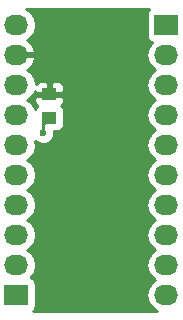
<source format=gbr>
G04 #@! TF.FileFunction,Copper,L2,Bot,Signal*
%FSLAX46Y46*%
G04 Gerber Fmt 4.6, Leading zero omitted, Abs format (unit mm)*
G04 Created by KiCad (PCBNEW 0.201505300414+5690~23~ubuntu14.04.1-product) date Sat 27 Jun 2015 05:42:46 PM PDT*
%MOMM*%
G01*
G04 APERTURE LIST*
%ADD10C,0.100000*%
%ADD11R,1.250000X1.000000*%
%ADD12R,2.032000X1.727200*%
%ADD13O,2.032000X1.727200*%
%ADD14C,0.600000*%
%ADD15C,0.250000*%
%ADD16C,0.254000*%
G04 APERTURE END LIST*
D10*
D11*
X138684000Y-103108000D03*
X138684000Y-101108000D03*
D12*
X135890000Y-118110000D03*
D13*
X135890000Y-115570000D03*
X135890000Y-113030000D03*
X135890000Y-110490000D03*
X135890000Y-107950000D03*
X135890000Y-105410000D03*
X135890000Y-102870000D03*
X135890000Y-100330000D03*
X135890000Y-97790000D03*
X135890000Y-95250000D03*
D12*
X148590000Y-95250000D03*
D13*
X148590000Y-97790000D03*
X148590000Y-100330000D03*
X148590000Y-102870000D03*
X148590000Y-105410000D03*
X148590000Y-107950000D03*
X148590000Y-110490000D03*
X148590000Y-113030000D03*
X148590000Y-115570000D03*
X148590000Y-118110000D03*
D14*
X138176000Y-104394000D03*
X141224000Y-98044000D03*
X141224000Y-114300000D03*
D15*
X138176000Y-103616000D02*
X138684000Y-103108000D01*
X138176000Y-104394000D02*
X138176000Y-103616000D01*
X141224000Y-114300000D02*
X141224000Y-98044000D01*
X140970000Y-97790000D02*
X141224000Y-98044000D01*
X140970000Y-97790000D02*
X135890000Y-97790000D01*
D16*
G36*
X147775604Y-119457000D02*
X137326329Y-119457000D01*
X137360927Y-119434273D01*
X137503377Y-119223240D01*
X137553440Y-118973600D01*
X137553440Y-117246400D01*
X137506463Y-117004277D01*
X137366673Y-116791473D01*
X137155640Y-116649023D01*
X137117037Y-116641281D01*
X137134415Y-116629670D01*
X137459271Y-116143489D01*
X137573345Y-115570000D01*
X137459271Y-114996511D01*
X137134415Y-114510330D01*
X136819634Y-114300000D01*
X137134415Y-114089670D01*
X137459271Y-113603489D01*
X137573345Y-113030000D01*
X137459271Y-112456511D01*
X137134415Y-111970330D01*
X136819634Y-111760000D01*
X137134415Y-111549670D01*
X137459271Y-111063489D01*
X137573345Y-110490000D01*
X137459271Y-109916511D01*
X137134415Y-109430330D01*
X136819634Y-109220000D01*
X137134415Y-109009670D01*
X137459271Y-108523489D01*
X137573345Y-107950000D01*
X137459271Y-107376511D01*
X137134415Y-106890330D01*
X136819634Y-106680000D01*
X137134415Y-106469670D01*
X137459271Y-105983489D01*
X137573345Y-105410000D01*
X137499750Y-105040014D01*
X137645673Y-105186192D01*
X137989201Y-105328838D01*
X138361167Y-105329162D01*
X138704943Y-105187117D01*
X138968192Y-104924327D01*
X139110838Y-104580799D01*
X139111121Y-104255440D01*
X139309000Y-104255440D01*
X139551123Y-104208463D01*
X139763927Y-104068673D01*
X139906377Y-103857640D01*
X139956440Y-103608000D01*
X139956440Y-102608000D01*
X139909463Y-102365877D01*
X139769673Y-102153073D01*
X139705362Y-102109662D01*
X139847327Y-101967698D01*
X139944000Y-101734309D01*
X139944000Y-101393750D01*
X139944000Y-100822250D01*
X139944000Y-100481691D01*
X139847327Y-100248302D01*
X139668699Y-100069673D01*
X139435310Y-99973000D01*
X139182691Y-99973000D01*
X138969750Y-99973000D01*
X138811000Y-100131750D01*
X138811000Y-100981000D01*
X139785250Y-100981000D01*
X139944000Y-100822250D01*
X139944000Y-101393750D01*
X139785250Y-101235000D01*
X138811000Y-101235000D01*
X138811000Y-101255000D01*
X138557000Y-101255000D01*
X138557000Y-101235000D01*
X137582750Y-101235000D01*
X137424000Y-101393750D01*
X137424000Y-101734309D01*
X137520673Y-101967698D01*
X137662150Y-102109176D01*
X137604073Y-102147327D01*
X137469308Y-102346973D01*
X137459271Y-102296511D01*
X137134415Y-101810330D01*
X136819634Y-101600000D01*
X137134415Y-101389670D01*
X137459271Y-100903489D01*
X137466897Y-100865147D01*
X137582750Y-100981000D01*
X138557000Y-100981000D01*
X138557000Y-100131750D01*
X138398250Y-99973000D01*
X138185309Y-99973000D01*
X137932690Y-99973000D01*
X137699301Y-100069673D01*
X137551051Y-100217923D01*
X137459271Y-99756511D01*
X137134415Y-99270330D01*
X136824930Y-99063539D01*
X137240732Y-98692036D01*
X137494709Y-98164791D01*
X137497358Y-98149026D01*
X137376217Y-97917000D01*
X136017000Y-97917000D01*
X136017000Y-97937000D01*
X135763000Y-97937000D01*
X135763000Y-97917000D01*
X135743000Y-97917000D01*
X135743000Y-97663000D01*
X135763000Y-97663000D01*
X135763000Y-97643000D01*
X136017000Y-97643000D01*
X136017000Y-97663000D01*
X137376217Y-97663000D01*
X137497358Y-97430974D01*
X137494709Y-97415209D01*
X137240732Y-96887964D01*
X136824930Y-96516460D01*
X137134415Y-96309670D01*
X137459271Y-95823489D01*
X137573345Y-95250000D01*
X137459271Y-94676511D01*
X137134415Y-94190330D01*
X136704395Y-93903000D01*
X147153670Y-93903000D01*
X147119073Y-93925727D01*
X146976623Y-94136760D01*
X146926560Y-94386400D01*
X146926560Y-96113600D01*
X146973537Y-96355723D01*
X147113327Y-96568527D01*
X147324360Y-96710977D01*
X147362962Y-96718718D01*
X147345585Y-96730330D01*
X147020729Y-97216511D01*
X146906655Y-97790000D01*
X147020729Y-98363489D01*
X147345585Y-98849670D01*
X147660365Y-99060000D01*
X147345585Y-99270330D01*
X147020729Y-99756511D01*
X146906655Y-100330000D01*
X147020729Y-100903489D01*
X147345585Y-101389670D01*
X147660365Y-101600000D01*
X147345585Y-101810330D01*
X147020729Y-102296511D01*
X146906655Y-102870000D01*
X147020729Y-103443489D01*
X147345585Y-103929670D01*
X147660365Y-104140000D01*
X147345585Y-104350330D01*
X147020729Y-104836511D01*
X146906655Y-105410000D01*
X147020729Y-105983489D01*
X147345585Y-106469670D01*
X147660365Y-106680000D01*
X147345585Y-106890330D01*
X147020729Y-107376511D01*
X146906655Y-107950000D01*
X147020729Y-108523489D01*
X147345585Y-109009670D01*
X147660365Y-109220000D01*
X147345585Y-109430330D01*
X147020729Y-109916511D01*
X146906655Y-110490000D01*
X147020729Y-111063489D01*
X147345585Y-111549670D01*
X147660365Y-111760000D01*
X147345585Y-111970330D01*
X147020729Y-112456511D01*
X146906655Y-113030000D01*
X147020729Y-113603489D01*
X147345585Y-114089670D01*
X147660365Y-114300000D01*
X147345585Y-114510330D01*
X147020729Y-114996511D01*
X146906655Y-115570000D01*
X147020729Y-116143489D01*
X147345585Y-116629670D01*
X147660365Y-116840000D01*
X147345585Y-117050330D01*
X147020729Y-117536511D01*
X146906655Y-118110000D01*
X147020729Y-118683489D01*
X147345585Y-119169670D01*
X147775604Y-119457000D01*
X147775604Y-119457000D01*
G37*
X147775604Y-119457000D02*
X137326329Y-119457000D01*
X137360927Y-119434273D01*
X137503377Y-119223240D01*
X137553440Y-118973600D01*
X137553440Y-117246400D01*
X137506463Y-117004277D01*
X137366673Y-116791473D01*
X137155640Y-116649023D01*
X137117037Y-116641281D01*
X137134415Y-116629670D01*
X137459271Y-116143489D01*
X137573345Y-115570000D01*
X137459271Y-114996511D01*
X137134415Y-114510330D01*
X136819634Y-114300000D01*
X137134415Y-114089670D01*
X137459271Y-113603489D01*
X137573345Y-113030000D01*
X137459271Y-112456511D01*
X137134415Y-111970330D01*
X136819634Y-111760000D01*
X137134415Y-111549670D01*
X137459271Y-111063489D01*
X137573345Y-110490000D01*
X137459271Y-109916511D01*
X137134415Y-109430330D01*
X136819634Y-109220000D01*
X137134415Y-109009670D01*
X137459271Y-108523489D01*
X137573345Y-107950000D01*
X137459271Y-107376511D01*
X137134415Y-106890330D01*
X136819634Y-106680000D01*
X137134415Y-106469670D01*
X137459271Y-105983489D01*
X137573345Y-105410000D01*
X137499750Y-105040014D01*
X137645673Y-105186192D01*
X137989201Y-105328838D01*
X138361167Y-105329162D01*
X138704943Y-105187117D01*
X138968192Y-104924327D01*
X139110838Y-104580799D01*
X139111121Y-104255440D01*
X139309000Y-104255440D01*
X139551123Y-104208463D01*
X139763927Y-104068673D01*
X139906377Y-103857640D01*
X139956440Y-103608000D01*
X139956440Y-102608000D01*
X139909463Y-102365877D01*
X139769673Y-102153073D01*
X139705362Y-102109662D01*
X139847327Y-101967698D01*
X139944000Y-101734309D01*
X139944000Y-101393750D01*
X139944000Y-100822250D01*
X139944000Y-100481691D01*
X139847327Y-100248302D01*
X139668699Y-100069673D01*
X139435310Y-99973000D01*
X139182691Y-99973000D01*
X138969750Y-99973000D01*
X138811000Y-100131750D01*
X138811000Y-100981000D01*
X139785250Y-100981000D01*
X139944000Y-100822250D01*
X139944000Y-101393750D01*
X139785250Y-101235000D01*
X138811000Y-101235000D01*
X138811000Y-101255000D01*
X138557000Y-101255000D01*
X138557000Y-101235000D01*
X137582750Y-101235000D01*
X137424000Y-101393750D01*
X137424000Y-101734309D01*
X137520673Y-101967698D01*
X137662150Y-102109176D01*
X137604073Y-102147327D01*
X137469308Y-102346973D01*
X137459271Y-102296511D01*
X137134415Y-101810330D01*
X136819634Y-101600000D01*
X137134415Y-101389670D01*
X137459271Y-100903489D01*
X137466897Y-100865147D01*
X137582750Y-100981000D01*
X138557000Y-100981000D01*
X138557000Y-100131750D01*
X138398250Y-99973000D01*
X138185309Y-99973000D01*
X137932690Y-99973000D01*
X137699301Y-100069673D01*
X137551051Y-100217923D01*
X137459271Y-99756511D01*
X137134415Y-99270330D01*
X136824930Y-99063539D01*
X137240732Y-98692036D01*
X137494709Y-98164791D01*
X137497358Y-98149026D01*
X137376217Y-97917000D01*
X136017000Y-97917000D01*
X136017000Y-97937000D01*
X135763000Y-97937000D01*
X135763000Y-97917000D01*
X135743000Y-97917000D01*
X135743000Y-97663000D01*
X135763000Y-97663000D01*
X135763000Y-97643000D01*
X136017000Y-97643000D01*
X136017000Y-97663000D01*
X137376217Y-97663000D01*
X137497358Y-97430974D01*
X137494709Y-97415209D01*
X137240732Y-96887964D01*
X136824930Y-96516460D01*
X137134415Y-96309670D01*
X137459271Y-95823489D01*
X137573345Y-95250000D01*
X137459271Y-94676511D01*
X137134415Y-94190330D01*
X136704395Y-93903000D01*
X147153670Y-93903000D01*
X147119073Y-93925727D01*
X146976623Y-94136760D01*
X146926560Y-94386400D01*
X146926560Y-96113600D01*
X146973537Y-96355723D01*
X147113327Y-96568527D01*
X147324360Y-96710977D01*
X147362962Y-96718718D01*
X147345585Y-96730330D01*
X147020729Y-97216511D01*
X146906655Y-97790000D01*
X147020729Y-98363489D01*
X147345585Y-98849670D01*
X147660365Y-99060000D01*
X147345585Y-99270330D01*
X147020729Y-99756511D01*
X146906655Y-100330000D01*
X147020729Y-100903489D01*
X147345585Y-101389670D01*
X147660365Y-101600000D01*
X147345585Y-101810330D01*
X147020729Y-102296511D01*
X146906655Y-102870000D01*
X147020729Y-103443489D01*
X147345585Y-103929670D01*
X147660365Y-104140000D01*
X147345585Y-104350330D01*
X147020729Y-104836511D01*
X146906655Y-105410000D01*
X147020729Y-105983489D01*
X147345585Y-106469670D01*
X147660365Y-106680000D01*
X147345585Y-106890330D01*
X147020729Y-107376511D01*
X146906655Y-107950000D01*
X147020729Y-108523489D01*
X147345585Y-109009670D01*
X147660365Y-109220000D01*
X147345585Y-109430330D01*
X147020729Y-109916511D01*
X146906655Y-110490000D01*
X147020729Y-111063489D01*
X147345585Y-111549670D01*
X147660365Y-111760000D01*
X147345585Y-111970330D01*
X147020729Y-112456511D01*
X146906655Y-113030000D01*
X147020729Y-113603489D01*
X147345585Y-114089670D01*
X147660365Y-114300000D01*
X147345585Y-114510330D01*
X147020729Y-114996511D01*
X146906655Y-115570000D01*
X147020729Y-116143489D01*
X147345585Y-116629670D01*
X147660365Y-116840000D01*
X147345585Y-117050330D01*
X147020729Y-117536511D01*
X146906655Y-118110000D01*
X147020729Y-118683489D01*
X147345585Y-119169670D01*
X147775604Y-119457000D01*
M02*

</source>
